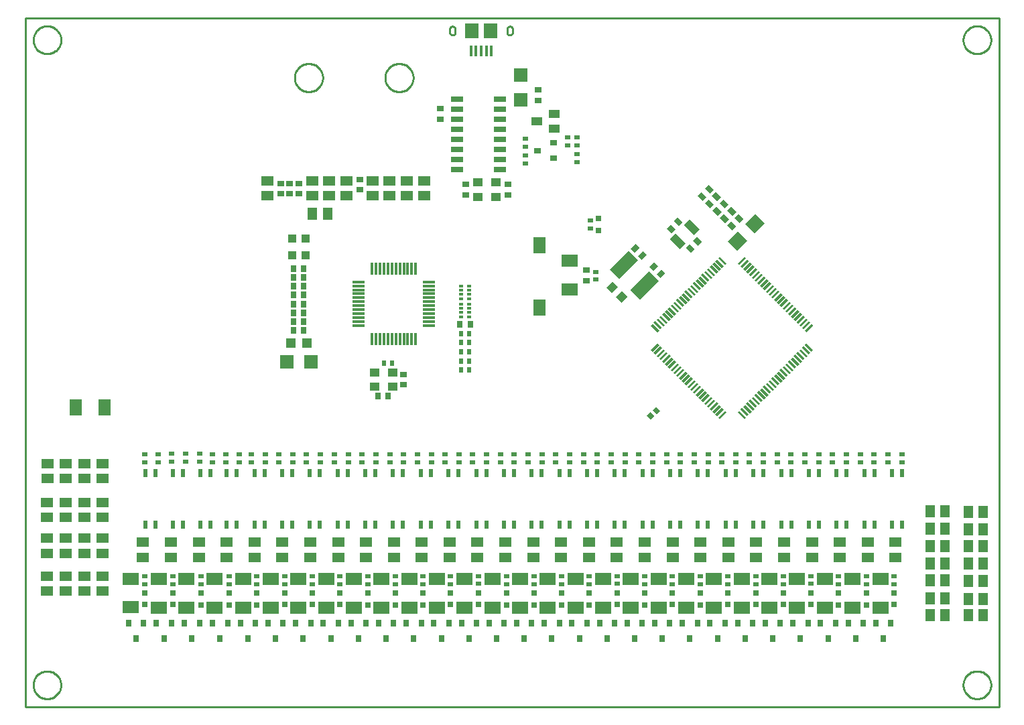
<source format=gbr>
G04 EAGLE Gerber RS-274X export*
G75*
%MOMM*%
%FSLAX34Y34*%
%LPD*%
%INSolderpaste Top*%
%IPPOS*%
%AMOC8*
5,1,8,0,0,1.08239X$1,22.5*%
G01*
%ADD10R,1.800000X1.700000*%
%ADD11R,0.700000X0.900000*%
%ADD12R,0.900000X0.700000*%
%ADD13R,1.200000X1.300000*%
%ADD14R,0.800000X0.800000*%
%ADD15R,1.300000X1.100000*%
%ADD16R,1.000000X1.100000*%
%ADD17R,1.500000X1.300000*%
%ADD18R,1.300000X1.500000*%
%ADD19R,0.700000X0.600000*%
%ADD20R,0.600000X0.700000*%
%ADD21R,0.500000X0.400000*%
%ADD22R,0.500000X0.300000*%
%ADD23R,0.300000X1.500000*%
%ADD24R,1.500000X0.300000*%
%ADD25R,1.200000X0.300000*%
%ADD26R,1.700000X3.300000*%
%ADD27R,1.000000X1.800000*%
%ADD28R,1.600000X2.000000*%
%ADD29R,0.500000X1.000000*%
%ADD30R,0.800000X0.900000*%
%ADD31R,2.100000X1.500000*%
%ADD32R,1.500000X2.100000*%
%ADD33R,1.524000X0.635000*%
%ADD34R,1.800000X1.900000*%
%ADD35R,0.400000X1.350000*%
%ADD36R,0.900000X0.800000*%
%ADD37R,1.400000X1.000000*%
%ADD38R,1.700000X1.800000*%
%ADD39C,0.254000*%


D10*
G36*
X887256Y588381D02*
X899983Y601108D01*
X912004Y589087D01*
X899277Y576360D01*
X887256Y588381D01*
G37*
G36*
X909176Y610301D02*
X921903Y623028D01*
X933924Y611007D01*
X921197Y598280D01*
X909176Y610301D01*
G37*
D11*
X351687Y553860D03*
X338687Y553860D03*
D12*
X334018Y648439D03*
X334018Y661439D03*
X345619Y648439D03*
X345619Y661439D03*
X322417Y648439D03*
X322417Y661439D03*
D11*
X351687Y475280D03*
X338687Y475280D03*
D12*
X422277Y653519D03*
X422277Y666519D03*
X477266Y419758D03*
X477266Y406758D03*
D11*
X445112Y392684D03*
X458112Y392684D03*
X351687Y520183D03*
X338687Y520183D03*
G36*
X869516Y634756D02*
X864567Y629807D01*
X858204Y636170D01*
X863153Y641119D01*
X869516Y634756D01*
G37*
G36*
X878708Y643948D02*
X873759Y638999D01*
X867396Y645362D01*
X872345Y650311D01*
X878708Y643948D01*
G37*
D10*
X360940Y435610D03*
X329940Y435610D03*
D11*
G36*
X879422Y625450D02*
X874473Y620501D01*
X868110Y626864D01*
X873059Y631813D01*
X879422Y625450D01*
G37*
G36*
X888614Y634642D02*
X883665Y629693D01*
X877302Y636056D01*
X882251Y641005D01*
X888614Y634642D01*
G37*
G36*
X897964Y607091D02*
X893015Y602142D01*
X886652Y608505D01*
X891601Y613454D01*
X897964Y607091D01*
G37*
G36*
X907156Y616283D02*
X902207Y611334D01*
X895844Y617697D01*
X900793Y622646D01*
X907156Y616283D01*
G37*
G36*
X888820Y616397D02*
X883871Y611448D01*
X877508Y617811D01*
X882457Y622760D01*
X888820Y616397D01*
G37*
G36*
X898012Y625590D02*
X893063Y620641D01*
X886700Y627004D01*
X891649Y631953D01*
X898012Y625590D01*
G37*
G36*
X860372Y644062D02*
X855423Y639113D01*
X849060Y645476D01*
X854009Y650425D01*
X860372Y644062D01*
G37*
G36*
X869564Y653255D02*
X864615Y648306D01*
X858252Y654669D01*
X863201Y659618D01*
X869564Y653255D01*
G37*
D12*
X708406Y538584D03*
X708406Y551584D03*
D11*
X351687Y486506D03*
X338687Y486506D03*
X351687Y497731D03*
X338687Y497731D03*
X351687Y531409D03*
X338687Y531409D03*
X351687Y508957D03*
X338687Y508957D03*
X548998Y483297D03*
X561998Y483297D03*
X351687Y542634D03*
X338687Y542634D03*
D13*
X355347Y459232D03*
X335027Y459232D03*
D14*
X723900Y617100D03*
X723900Y602100D03*
D15*
X463874Y404512D03*
X440874Y422512D03*
X440874Y404512D03*
X463874Y422512D03*
D16*
X336687Y570086D03*
X353687Y570086D03*
D17*
X503428Y645439D03*
X503428Y664439D03*
X438625Y645439D03*
X438625Y664439D03*
X405422Y645439D03*
X405422Y664439D03*
D18*
X381864Y622554D03*
X362864Y622554D03*
D19*
X713740Y614092D03*
X713740Y604092D03*
D17*
X460226Y664439D03*
X460226Y645439D03*
X481827Y664439D03*
X481827Y645439D03*
X305816Y664439D03*
X305816Y645439D03*
D20*
X550498Y437019D03*
X560498Y437019D03*
X550498Y425450D03*
X560498Y425450D03*
D16*
X353687Y591312D03*
X336687Y591312D03*
D19*
X720344Y539576D03*
X720344Y549576D03*
D17*
X383821Y664439D03*
X383821Y645439D03*
X362220Y664439D03*
X362220Y645439D03*
D20*
X560498Y448589D03*
X550498Y448589D03*
X452882Y433832D03*
X462882Y433832D03*
X560498Y460158D03*
X550498Y460158D03*
X560498Y471728D03*
X550498Y471728D03*
D21*
X550498Y531494D03*
D22*
X550498Y525994D03*
X550498Y520994D03*
D21*
X550498Y515494D03*
X560498Y515494D03*
D22*
X560498Y520994D03*
X560498Y525994D03*
D21*
X560498Y531494D03*
X550498Y508806D03*
D22*
X550498Y503306D03*
X550498Y498306D03*
D21*
X550498Y492806D03*
X560498Y492806D03*
D22*
X560498Y498306D03*
X560498Y503306D03*
D21*
X560498Y508806D03*
D23*
X493082Y553770D03*
X488082Y553770D03*
X483082Y553770D03*
X478082Y553770D03*
X473082Y553770D03*
X468082Y553770D03*
X463082Y553770D03*
X458082Y553770D03*
X453082Y553770D03*
X448082Y553770D03*
X443082Y553770D03*
X438082Y553770D03*
D24*
X421082Y536770D03*
X421082Y531770D03*
X421082Y526770D03*
X421082Y521770D03*
X421082Y516770D03*
X421082Y511770D03*
X421082Y506770D03*
X421082Y501770D03*
X421082Y496770D03*
X421082Y491770D03*
X421082Y486770D03*
X421082Y481770D03*
D23*
X438082Y464770D03*
X443082Y464770D03*
X448082Y464770D03*
X453082Y464770D03*
X458082Y464770D03*
X463082Y464770D03*
X468082Y464770D03*
X473082Y464770D03*
X478082Y464770D03*
X483082Y464770D03*
X488082Y464770D03*
X493082Y464770D03*
D24*
X510082Y481770D03*
X510082Y486770D03*
X510082Y491770D03*
X510082Y496770D03*
X510082Y501770D03*
X510082Y506770D03*
X510082Y511770D03*
X510082Y516770D03*
X510082Y521770D03*
X510082Y526770D03*
X510082Y531770D03*
X510082Y536770D03*
D25*
G36*
X883617Y558268D02*
X875133Y566752D01*
X877255Y568874D01*
X885739Y560390D01*
X883617Y558268D01*
G37*
G36*
X880081Y554733D02*
X871597Y563217D01*
X873719Y565339D01*
X882203Y556855D01*
X880081Y554733D01*
G37*
G36*
X876546Y551197D02*
X868062Y559681D01*
X870184Y561803D01*
X878668Y553319D01*
X876546Y551197D01*
G37*
G36*
X873010Y547662D02*
X864526Y556146D01*
X866648Y558268D01*
X875132Y549784D01*
X873010Y547662D01*
G37*
G36*
X869474Y544126D02*
X860990Y552610D01*
X863112Y554732D01*
X871596Y546248D01*
X869474Y544126D01*
G37*
G36*
X865939Y540591D02*
X857455Y549075D01*
X859577Y551197D01*
X868061Y542713D01*
X865939Y540591D01*
G37*
G36*
X862403Y537055D02*
X853919Y545539D01*
X856041Y547661D01*
X864525Y539177D01*
X862403Y537055D01*
G37*
G36*
X858868Y533519D02*
X850384Y542003D01*
X852506Y544125D01*
X860990Y535641D01*
X858868Y533519D01*
G37*
G36*
X855332Y529984D02*
X846848Y538468D01*
X848970Y540590D01*
X857454Y532106D01*
X855332Y529984D01*
G37*
G36*
X851797Y526448D02*
X843313Y534932D01*
X845435Y537054D01*
X853919Y528570D01*
X851797Y526448D01*
G37*
G36*
X848261Y522913D02*
X839777Y531397D01*
X841899Y533519D01*
X850383Y525035D01*
X848261Y522913D01*
G37*
G36*
X844726Y519377D02*
X836242Y527861D01*
X838364Y529983D01*
X846848Y521499D01*
X844726Y519377D01*
G37*
G36*
X841190Y515842D02*
X832706Y524326D01*
X834828Y526448D01*
X843312Y517964D01*
X841190Y515842D01*
G37*
G36*
X837655Y512306D02*
X829171Y520790D01*
X831293Y522912D01*
X839777Y514428D01*
X837655Y512306D01*
G37*
G36*
X834119Y508771D02*
X825635Y517255D01*
X827757Y519377D01*
X836241Y510893D01*
X834119Y508771D01*
G37*
G36*
X830584Y505235D02*
X822100Y513719D01*
X824222Y515841D01*
X832706Y507357D01*
X830584Y505235D01*
G37*
G36*
X827048Y501700D02*
X818564Y510184D01*
X820686Y512306D01*
X829170Y503822D01*
X827048Y501700D01*
G37*
G36*
X823513Y498164D02*
X815029Y506648D01*
X817151Y508770D01*
X825635Y500286D01*
X823513Y498164D01*
G37*
G36*
X819977Y494629D02*
X811493Y503113D01*
X813615Y505235D01*
X822099Y496751D01*
X819977Y494629D01*
G37*
G36*
X816441Y491093D02*
X807957Y499577D01*
X810079Y501699D01*
X818563Y493215D01*
X816441Y491093D01*
G37*
G36*
X812906Y487558D02*
X804422Y496042D01*
X806544Y498164D01*
X815028Y489680D01*
X812906Y487558D01*
G37*
G36*
X809370Y484022D02*
X800886Y492506D01*
X803008Y494628D01*
X811492Y486144D01*
X809370Y484022D01*
G37*
G36*
X805835Y480486D02*
X797351Y488970D01*
X799473Y491092D01*
X807957Y482608D01*
X805835Y480486D01*
G37*
G36*
X802299Y476951D02*
X793815Y485435D01*
X795937Y487557D01*
X804421Y479073D01*
X802299Y476951D01*
G37*
G36*
X798764Y473415D02*
X790280Y481899D01*
X792402Y484021D01*
X800886Y475537D01*
X798764Y473415D01*
G37*
G36*
X800886Y457151D02*
X792402Y448667D01*
X790280Y450789D01*
X798764Y459273D01*
X800886Y457151D01*
G37*
G36*
X804421Y453615D02*
X795937Y445131D01*
X793815Y447253D01*
X802299Y455737D01*
X804421Y453615D01*
G37*
G36*
X807957Y450080D02*
X799473Y441596D01*
X797351Y443718D01*
X805835Y452202D01*
X807957Y450080D01*
G37*
G36*
X811492Y446544D02*
X803008Y438060D01*
X800886Y440182D01*
X809370Y448666D01*
X811492Y446544D01*
G37*
G36*
X815028Y443008D02*
X806544Y434524D01*
X804422Y436646D01*
X812906Y445130D01*
X815028Y443008D01*
G37*
G36*
X818563Y439473D02*
X810079Y430989D01*
X807957Y433111D01*
X816441Y441595D01*
X818563Y439473D01*
G37*
G36*
X822099Y435937D02*
X813615Y427453D01*
X811493Y429575D01*
X819977Y438059D01*
X822099Y435937D01*
G37*
G36*
X825635Y432402D02*
X817151Y423918D01*
X815029Y426040D01*
X823513Y434524D01*
X825635Y432402D01*
G37*
G36*
X829170Y428866D02*
X820686Y420382D01*
X818564Y422504D01*
X827048Y430988D01*
X829170Y428866D01*
G37*
G36*
X832706Y425331D02*
X824222Y416847D01*
X822100Y418969D01*
X830584Y427453D01*
X832706Y425331D01*
G37*
G36*
X836241Y421795D02*
X827757Y413311D01*
X825635Y415433D01*
X834119Y423917D01*
X836241Y421795D01*
G37*
G36*
X839777Y418260D02*
X831293Y409776D01*
X829171Y411898D01*
X837655Y420382D01*
X839777Y418260D01*
G37*
G36*
X843312Y414724D02*
X834828Y406240D01*
X832706Y408362D01*
X841190Y416846D01*
X843312Y414724D01*
G37*
G36*
X846848Y411189D02*
X838364Y402705D01*
X836242Y404827D01*
X844726Y413311D01*
X846848Y411189D01*
G37*
G36*
X850383Y407653D02*
X841899Y399169D01*
X839777Y401291D01*
X848261Y409775D01*
X850383Y407653D01*
G37*
G36*
X853919Y404118D02*
X845435Y395634D01*
X843313Y397756D01*
X851797Y406240D01*
X853919Y404118D01*
G37*
G36*
X857454Y400582D02*
X848970Y392098D01*
X846848Y394220D01*
X855332Y402704D01*
X857454Y400582D01*
G37*
G36*
X860990Y397047D02*
X852506Y388563D01*
X850384Y390685D01*
X858868Y399169D01*
X860990Y397047D01*
G37*
G36*
X864525Y393511D02*
X856041Y385027D01*
X853919Y387149D01*
X862403Y395633D01*
X864525Y393511D01*
G37*
G36*
X868061Y389975D02*
X859577Y381491D01*
X857455Y383613D01*
X865939Y392097D01*
X868061Y389975D01*
G37*
G36*
X871596Y386440D02*
X863112Y377956D01*
X860990Y380078D01*
X869474Y388562D01*
X871596Y386440D01*
G37*
G36*
X875132Y382904D02*
X866648Y374420D01*
X864526Y376542D01*
X873010Y385026D01*
X875132Y382904D01*
G37*
G36*
X878668Y379369D02*
X870184Y370885D01*
X868062Y373007D01*
X876546Y381491D01*
X878668Y379369D01*
G37*
G36*
X882203Y375833D02*
X873719Y367349D01*
X871597Y369471D01*
X880081Y377955D01*
X882203Y375833D01*
G37*
G36*
X885739Y372298D02*
X877255Y363814D01*
X875133Y365936D01*
X883617Y374420D01*
X885739Y372298D01*
G37*
G36*
X902003Y374420D02*
X910487Y365936D01*
X908365Y363814D01*
X899881Y372298D01*
X902003Y374420D01*
G37*
G36*
X905539Y377955D02*
X914023Y369471D01*
X911901Y367349D01*
X903417Y375833D01*
X905539Y377955D01*
G37*
G36*
X909074Y381491D02*
X917558Y373007D01*
X915436Y370885D01*
X906952Y379369D01*
X909074Y381491D01*
G37*
G36*
X912610Y385026D02*
X921094Y376542D01*
X918972Y374420D01*
X910488Y382904D01*
X912610Y385026D01*
G37*
G36*
X916146Y388562D02*
X924630Y380078D01*
X922508Y377956D01*
X914024Y386440D01*
X916146Y388562D01*
G37*
G36*
X919681Y392097D02*
X928165Y383613D01*
X926043Y381491D01*
X917559Y389975D01*
X919681Y392097D01*
G37*
G36*
X923217Y395633D02*
X931701Y387149D01*
X929579Y385027D01*
X921095Y393511D01*
X923217Y395633D01*
G37*
G36*
X926752Y399169D02*
X935236Y390685D01*
X933114Y388563D01*
X924630Y397047D01*
X926752Y399169D01*
G37*
G36*
X930288Y402704D02*
X938772Y394220D01*
X936650Y392098D01*
X928166Y400582D01*
X930288Y402704D01*
G37*
G36*
X933823Y406240D02*
X942307Y397756D01*
X940185Y395634D01*
X931701Y404118D01*
X933823Y406240D01*
G37*
G36*
X937359Y409775D02*
X945843Y401291D01*
X943721Y399169D01*
X935237Y407653D01*
X937359Y409775D01*
G37*
G36*
X940894Y413311D02*
X949378Y404827D01*
X947256Y402705D01*
X938772Y411189D01*
X940894Y413311D01*
G37*
G36*
X944430Y416846D02*
X952914Y408362D01*
X950792Y406240D01*
X942308Y414724D01*
X944430Y416846D01*
G37*
G36*
X947965Y420382D02*
X956449Y411898D01*
X954327Y409776D01*
X945843Y418260D01*
X947965Y420382D01*
G37*
G36*
X951501Y423917D02*
X959985Y415433D01*
X957863Y413311D01*
X949379Y421795D01*
X951501Y423917D01*
G37*
G36*
X955036Y427453D02*
X963520Y418969D01*
X961398Y416847D01*
X952914Y425331D01*
X955036Y427453D01*
G37*
G36*
X958572Y430988D02*
X967056Y422504D01*
X964934Y420382D01*
X956450Y428866D01*
X958572Y430988D01*
G37*
G36*
X962107Y434524D02*
X970591Y426040D01*
X968469Y423918D01*
X959985Y432402D01*
X962107Y434524D01*
G37*
G36*
X965643Y438059D02*
X974127Y429575D01*
X972005Y427453D01*
X963521Y435937D01*
X965643Y438059D01*
G37*
G36*
X969179Y441595D02*
X977663Y433111D01*
X975541Y430989D01*
X967057Y439473D01*
X969179Y441595D01*
G37*
G36*
X972714Y445130D02*
X981198Y436646D01*
X979076Y434524D01*
X970592Y443008D01*
X972714Y445130D01*
G37*
G36*
X976250Y448666D02*
X984734Y440182D01*
X982612Y438060D01*
X974128Y446544D01*
X976250Y448666D01*
G37*
G36*
X979785Y452202D02*
X988269Y443718D01*
X986147Y441596D01*
X977663Y450080D01*
X979785Y452202D01*
G37*
G36*
X983321Y455737D02*
X991805Y447253D01*
X989683Y445131D01*
X981199Y453615D01*
X983321Y455737D01*
G37*
G36*
X986856Y459273D02*
X995340Y450789D01*
X993218Y448667D01*
X984734Y457151D01*
X986856Y459273D01*
G37*
G36*
X984734Y475537D02*
X993218Y484021D01*
X995340Y481899D01*
X986856Y473415D01*
X984734Y475537D01*
G37*
G36*
X981199Y479073D02*
X989683Y487557D01*
X991805Y485435D01*
X983321Y476951D01*
X981199Y479073D01*
G37*
G36*
X977663Y482608D02*
X986147Y491092D01*
X988269Y488970D01*
X979785Y480486D01*
X977663Y482608D01*
G37*
G36*
X974128Y486144D02*
X982612Y494628D01*
X984734Y492506D01*
X976250Y484022D01*
X974128Y486144D01*
G37*
G36*
X970592Y489680D02*
X979076Y498164D01*
X981198Y496042D01*
X972714Y487558D01*
X970592Y489680D01*
G37*
G36*
X967057Y493215D02*
X975541Y501699D01*
X977663Y499577D01*
X969179Y491093D01*
X967057Y493215D01*
G37*
G36*
X963521Y496751D02*
X972005Y505235D01*
X974127Y503113D01*
X965643Y494629D01*
X963521Y496751D01*
G37*
G36*
X959985Y500286D02*
X968469Y508770D01*
X970591Y506648D01*
X962107Y498164D01*
X959985Y500286D01*
G37*
G36*
X956450Y503822D02*
X964934Y512306D01*
X967056Y510184D01*
X958572Y501700D01*
X956450Y503822D01*
G37*
G36*
X952914Y507357D02*
X961398Y515841D01*
X963520Y513719D01*
X955036Y505235D01*
X952914Y507357D01*
G37*
G36*
X949379Y510893D02*
X957863Y519377D01*
X959985Y517255D01*
X951501Y508771D01*
X949379Y510893D01*
G37*
G36*
X945843Y514428D02*
X954327Y522912D01*
X956449Y520790D01*
X947965Y512306D01*
X945843Y514428D01*
G37*
G36*
X942308Y517964D02*
X950792Y526448D01*
X952914Y524326D01*
X944430Y515842D01*
X942308Y517964D01*
G37*
G36*
X938772Y521499D02*
X947256Y529983D01*
X949378Y527861D01*
X940894Y519377D01*
X938772Y521499D01*
G37*
G36*
X935237Y525035D02*
X943721Y533519D01*
X945843Y531397D01*
X937359Y522913D01*
X935237Y525035D01*
G37*
G36*
X931701Y528570D02*
X940185Y537054D01*
X942307Y534932D01*
X933823Y526448D01*
X931701Y528570D01*
G37*
G36*
X928166Y532106D02*
X936650Y540590D01*
X938772Y538468D01*
X930288Y529984D01*
X928166Y532106D01*
G37*
G36*
X924630Y535641D02*
X933114Y544125D01*
X935236Y542003D01*
X926752Y533519D01*
X924630Y535641D01*
G37*
G36*
X921095Y539177D02*
X929579Y547661D01*
X931701Y545539D01*
X923217Y537055D01*
X921095Y539177D01*
G37*
G36*
X917559Y542713D02*
X926043Y551197D01*
X928165Y549075D01*
X919681Y540591D01*
X917559Y542713D01*
G37*
G36*
X914024Y546248D02*
X922508Y554732D01*
X924630Y552610D01*
X916146Y544126D01*
X914024Y546248D01*
G37*
G36*
X910488Y549784D02*
X918972Y558268D01*
X921094Y556146D01*
X912610Y547662D01*
X910488Y549784D01*
G37*
G36*
X906952Y553319D02*
X915436Y561803D01*
X917558Y559681D01*
X909074Y551197D01*
X906952Y553319D01*
G37*
G36*
X903417Y556855D02*
X911901Y565339D01*
X914023Y563217D01*
X905539Y554733D01*
X903417Y556855D01*
G37*
G36*
X899881Y560390D02*
X908365Y568874D01*
X910487Y566752D01*
X902003Y558268D01*
X899881Y560390D01*
G37*
D26*
G36*
X787849Y549934D02*
X799870Y537913D01*
X776537Y514580D01*
X764516Y526601D01*
X787849Y549934D01*
G37*
G36*
X761687Y576096D02*
X773708Y564075D01*
X750375Y540742D01*
X738354Y552763D01*
X761687Y576096D01*
G37*
D11*
G36*
X769651Y573742D02*
X764702Y578691D01*
X771065Y585054D01*
X776014Y580105D01*
X769651Y573742D01*
G37*
G36*
X778843Y564550D02*
X773894Y569499D01*
X780257Y575862D01*
X785206Y570913D01*
X778843Y564550D01*
G37*
G36*
X803625Y552748D02*
X808574Y547799D01*
X802211Y541436D01*
X797262Y546385D01*
X803625Y552748D01*
G37*
G36*
X794433Y561940D02*
X799382Y556991D01*
X793019Y550628D01*
X788070Y555577D01*
X794433Y561940D01*
G37*
D16*
G36*
X741159Y522588D02*
X734088Y529659D01*
X741865Y537436D01*
X748936Y530365D01*
X741159Y522588D01*
G37*
G36*
X753179Y510568D02*
X746108Y517639D01*
X753885Y525416D01*
X760956Y518345D01*
X753179Y510568D01*
G37*
D27*
G36*
X834180Y585487D02*
X827109Y578416D01*
X814382Y591143D01*
X821453Y598214D01*
X834180Y585487D01*
G37*
G36*
X851858Y603165D02*
X844787Y596094D01*
X832060Y608821D01*
X839131Y615892D01*
X851858Y603165D01*
G37*
D11*
G36*
X843236Y588995D02*
X848185Y593944D01*
X854548Y587581D01*
X849599Y582632D01*
X843236Y588995D01*
G37*
G36*
X834044Y579803D02*
X838993Y584752D01*
X845356Y578389D01*
X840407Y573440D01*
X834044Y579803D01*
G37*
G36*
X821480Y603027D02*
X816531Y598078D01*
X810168Y604441D01*
X815117Y609390D01*
X821480Y603027D01*
G37*
G36*
X830672Y612219D02*
X825723Y607270D01*
X819360Y613633D01*
X824309Y618582D01*
X830672Y612219D01*
G37*
D28*
X649732Y583514D03*
X649732Y504114D03*
D19*
X285496Y318944D03*
X285496Y308944D03*
D29*
X302006Y294909D03*
X289306Y294909D03*
X289306Y230109D03*
X302006Y230109D03*
D30*
X290678Y105758D03*
X271678Y105758D03*
X281178Y85758D03*
D17*
X289438Y207747D03*
X289438Y188747D03*
D31*
X274828Y125219D03*
X274828Y161219D03*
D17*
X27940Y307315D03*
X27940Y288315D03*
X27432Y238976D03*
X27432Y257976D03*
X50546Y146075D03*
X50546Y165075D03*
D18*
X1210349Y202692D03*
X1191349Y202692D03*
X1210349Y224536D03*
X1191349Y224536D03*
X1143089Y203200D03*
X1162089Y203200D03*
X1143089Y246888D03*
X1162089Y246888D03*
D17*
X50885Y212764D03*
X50885Y193764D03*
X50885Y238976D03*
X50885Y257976D03*
D18*
X1210349Y246380D03*
X1191349Y246380D03*
D17*
X26924Y146075D03*
X26924Y165075D03*
D18*
X1210349Y180848D03*
X1191349Y180848D03*
X1143089Y181356D03*
X1162089Y181356D03*
X1143089Y225044D03*
X1162089Y225044D03*
D17*
X27432Y212764D03*
X27432Y193764D03*
X51224Y307315D03*
X51224Y288315D03*
D19*
X320461Y318944D03*
X320461Y308944D03*
D29*
X337028Y294909D03*
X324328Y294909D03*
X324328Y230109D03*
X337028Y230109D03*
D30*
X325575Y105758D03*
X306575Y105758D03*
X316075Y85758D03*
D17*
X324650Y207747D03*
X324650Y188747D03*
D31*
X309836Y125219D03*
X309836Y161219D03*
D19*
X354503Y318690D03*
X354503Y308690D03*
D29*
X372049Y294909D03*
X359349Y294909D03*
X359349Y230109D03*
X372049Y230109D03*
D30*
X360473Y105758D03*
X341473Y105758D03*
X350973Y85758D03*
D17*
X359861Y207747D03*
X359861Y188747D03*
D31*
X344844Y125219D03*
X344844Y161219D03*
D19*
X390392Y318944D03*
X390392Y308944D03*
D29*
X407071Y294909D03*
X394371Y294909D03*
X394371Y230109D03*
X407071Y230109D03*
D30*
X395370Y105758D03*
X376370Y105758D03*
X385870Y85758D03*
D17*
X395073Y207747D03*
X395073Y188747D03*
D31*
X379851Y125219D03*
X379851Y161219D03*
D19*
X425358Y318944D03*
X425358Y308944D03*
D29*
X442092Y294909D03*
X429392Y294909D03*
X429392Y230109D03*
X442092Y230109D03*
D30*
X430268Y105758D03*
X411268Y105758D03*
X420768Y85758D03*
D17*
X430285Y207747D03*
X430285Y188747D03*
D31*
X414859Y125219D03*
X414859Y161219D03*
D19*
X460323Y318944D03*
X460323Y308944D03*
D29*
X477114Y294909D03*
X464414Y294909D03*
X464414Y230109D03*
X477114Y230109D03*
D30*
X465165Y105758D03*
X446165Y105758D03*
X455665Y85758D03*
D17*
X465497Y207747D03*
X465497Y188747D03*
D31*
X449867Y125219D03*
X449867Y161219D03*
D19*
X495289Y318944D03*
X495289Y308944D03*
D29*
X512136Y294909D03*
X499436Y294909D03*
X499436Y230109D03*
X512136Y230109D03*
D30*
X500062Y105758D03*
X481062Y105758D03*
X490562Y85758D03*
D17*
X500709Y207747D03*
X500709Y188747D03*
D31*
X484875Y125219D03*
X484875Y161219D03*
D19*
X530254Y318944D03*
X530254Y308944D03*
D29*
X547157Y294909D03*
X534457Y294909D03*
X534457Y230109D03*
X547157Y230109D03*
D30*
X534960Y105758D03*
X515960Y105758D03*
X525460Y85758D03*
D17*
X535921Y207747D03*
X535921Y188747D03*
D31*
X519883Y125219D03*
X519883Y161219D03*
D19*
X565220Y318944D03*
X565220Y308944D03*
D29*
X582179Y294909D03*
X569479Y294909D03*
X569479Y230109D03*
X582179Y230109D03*
D30*
X569857Y105758D03*
X550857Y105758D03*
X560357Y85758D03*
D17*
X571133Y207747D03*
X571133Y188747D03*
D31*
X554891Y125219D03*
X554891Y161219D03*
D19*
X600185Y318944D03*
X600185Y308944D03*
D29*
X617200Y294909D03*
X604500Y294909D03*
X604500Y230109D03*
X617200Y230109D03*
D30*
X604755Y105758D03*
X585755Y105758D03*
X595255Y85758D03*
D17*
X606345Y207747D03*
X606345Y188747D03*
D31*
X589898Y125219D03*
X589898Y161219D03*
D19*
X635150Y318944D03*
X635150Y308944D03*
D29*
X652222Y294909D03*
X639522Y294909D03*
X639522Y230109D03*
X652222Y230109D03*
D30*
X639652Y105758D03*
X620652Y105758D03*
X630152Y85758D03*
D17*
X641557Y207747D03*
X641557Y188747D03*
D31*
X624906Y125219D03*
X624906Y161219D03*
D19*
X670116Y318944D03*
X670116Y308944D03*
D29*
X687244Y294909D03*
X674544Y294909D03*
X674544Y230109D03*
X687244Y230109D03*
D30*
X674549Y105758D03*
X655549Y105758D03*
X665049Y85758D03*
D17*
X676769Y207747D03*
X676769Y188747D03*
D31*
X659914Y125219D03*
X659914Y161219D03*
D19*
X705081Y318944D03*
X705081Y308944D03*
D29*
X722265Y294909D03*
X709565Y294909D03*
X709565Y230109D03*
X722265Y230109D03*
D30*
X709447Y105758D03*
X690447Y105758D03*
X699947Y85758D03*
D17*
X711981Y207747D03*
X711981Y188747D03*
D31*
X694922Y125219D03*
X694922Y161219D03*
D19*
X740047Y318944D03*
X740047Y308944D03*
D29*
X757287Y294909D03*
X744587Y294909D03*
X744587Y230109D03*
X757287Y230109D03*
D30*
X744344Y105758D03*
X725344Y105758D03*
X734844Y85758D03*
D17*
X747192Y207747D03*
X747192Y188747D03*
D31*
X729930Y125219D03*
X729930Y161219D03*
D19*
X775012Y318944D03*
X775012Y308944D03*
D29*
X792308Y294909D03*
X779608Y294909D03*
X779608Y230109D03*
X792308Y230109D03*
D30*
X779242Y105758D03*
X760242Y105758D03*
X769742Y85758D03*
D17*
X782404Y207747D03*
X782404Y188747D03*
D31*
X764937Y125219D03*
X764937Y161219D03*
D19*
X809978Y318944D03*
X809978Y308944D03*
D29*
X827330Y294909D03*
X814630Y294909D03*
X814630Y230109D03*
X827330Y230109D03*
D30*
X814139Y105758D03*
X795139Y105758D03*
X804639Y85758D03*
D17*
X817616Y207747D03*
X817616Y188747D03*
D31*
X799945Y125219D03*
X799945Y161219D03*
D19*
X844943Y318944D03*
X844943Y308944D03*
D29*
X862352Y294909D03*
X849652Y294909D03*
X849652Y230109D03*
X862352Y230109D03*
D30*
X849037Y105758D03*
X830037Y105758D03*
X839537Y85758D03*
D17*
X852828Y207747D03*
X852828Y188747D03*
D31*
X834953Y125219D03*
X834953Y161219D03*
D19*
X879908Y318944D03*
X879908Y308944D03*
D29*
X897373Y294909D03*
X884673Y294909D03*
X884673Y230109D03*
X897373Y230109D03*
D30*
X883934Y105758D03*
X864934Y105758D03*
X874434Y85758D03*
D17*
X888040Y207747D03*
X888040Y188747D03*
D31*
X869961Y125219D03*
X869961Y161219D03*
D19*
X914874Y318944D03*
X914874Y308944D03*
D29*
X932395Y294909D03*
X919695Y294909D03*
X919695Y230109D03*
X932395Y230109D03*
D30*
X918831Y105758D03*
X899831Y105758D03*
X909331Y85758D03*
D17*
X923252Y207747D03*
X923252Y188747D03*
D31*
X904969Y125219D03*
X904969Y161219D03*
D19*
X949839Y318944D03*
X949839Y308944D03*
D29*
X967416Y294909D03*
X954716Y294909D03*
X954716Y230109D03*
X967416Y230109D03*
D30*
X953729Y105758D03*
X934729Y105758D03*
X944229Y85758D03*
D17*
X958464Y207747D03*
X958464Y188747D03*
D31*
X939976Y125219D03*
X939976Y161219D03*
D19*
X984805Y318944D03*
X984805Y308944D03*
D29*
X1002438Y294909D03*
X989738Y294909D03*
X989738Y230109D03*
X1002438Y230109D03*
D30*
X988626Y105758D03*
X969626Y105758D03*
X979126Y85758D03*
D17*
X993676Y207747D03*
X993676Y188747D03*
D31*
X974984Y125219D03*
X974984Y161219D03*
D19*
X1019770Y318944D03*
X1019770Y308944D03*
D29*
X1037459Y294909D03*
X1024759Y294909D03*
X1024759Y230109D03*
X1037459Y230109D03*
D30*
X1023524Y105758D03*
X1004524Y105758D03*
X1014024Y85758D03*
D17*
X1028888Y207747D03*
X1028888Y188747D03*
D31*
X1009992Y125219D03*
X1009992Y161219D03*
D19*
X1054736Y318944D03*
X1054736Y308944D03*
D29*
X1072481Y294909D03*
X1059781Y294909D03*
X1059781Y230109D03*
X1072481Y230109D03*
D30*
X1058421Y105758D03*
X1039421Y105758D03*
X1048921Y85758D03*
D17*
X1064100Y207747D03*
X1064100Y188747D03*
D31*
X1045000Y125219D03*
X1045000Y161219D03*
D19*
X1089701Y318944D03*
X1089701Y308944D03*
D29*
X1107503Y294909D03*
X1094803Y294909D03*
X1094803Y230109D03*
X1107503Y230109D03*
D30*
X1093318Y105758D03*
X1074318Y105758D03*
X1083818Y85758D03*
D17*
X1099311Y207747D03*
X1099311Y188747D03*
D31*
X1080008Y125219D03*
X1080008Y161219D03*
D32*
X99788Y378206D03*
X63788Y378206D03*
D19*
X302979Y308944D03*
X302979Y318944D03*
X337944Y308944D03*
X337944Y318944D03*
X372910Y308944D03*
X372910Y318944D03*
X407875Y308944D03*
X407875Y318944D03*
X442840Y308944D03*
X442840Y318944D03*
X477806Y308944D03*
X477806Y318944D03*
X512771Y308944D03*
X512771Y318944D03*
X547737Y308944D03*
X547737Y318944D03*
X582702Y308944D03*
X582702Y318944D03*
X617668Y308944D03*
X617668Y318944D03*
X652633Y308944D03*
X652633Y318944D03*
X687599Y308944D03*
X687599Y318944D03*
X722564Y308944D03*
X722564Y318944D03*
X757529Y308944D03*
X757529Y318944D03*
X792495Y308944D03*
X792495Y318944D03*
X827460Y308944D03*
X827460Y318944D03*
X862426Y308944D03*
X862426Y318944D03*
X897391Y308944D03*
X897391Y318944D03*
X932357Y308944D03*
X932357Y318944D03*
X967322Y308944D03*
X967322Y318944D03*
X1002287Y308944D03*
X1002287Y318944D03*
X1037253Y308944D03*
X1037253Y318944D03*
X1072218Y308944D03*
X1072218Y318944D03*
X1107184Y308944D03*
X1107184Y318944D03*
D33*
X545312Y754634D03*
X599212Y729234D03*
X545312Y767334D03*
X545312Y741934D03*
X545312Y729234D03*
X599212Y741934D03*
X599212Y716534D03*
X599212Y703834D03*
X545312Y703834D03*
X599212Y678434D03*
X545312Y716534D03*
X545312Y691134D03*
X599212Y691134D03*
X545312Y678434D03*
X599212Y754634D03*
X599212Y767334D03*
D34*
X587318Y854150D03*
X564318Y854150D03*
D35*
X588818Y828400D03*
X582318Y828400D03*
X575818Y828400D03*
X569318Y828400D03*
X562818Y828400D03*
D36*
X667162Y693318D03*
X667162Y712318D03*
X647162Y702818D03*
D37*
X646162Y739648D03*
X668162Y749148D03*
X668162Y730148D03*
D38*
X625856Y797820D03*
X625856Y766820D03*
D12*
X647700Y766422D03*
X647700Y779422D03*
X523748Y755546D03*
X523748Y742546D03*
D15*
X571680Y662415D03*
X594680Y644415D03*
X594680Y662415D03*
X571680Y644415D03*
D12*
X609854Y659915D03*
X609854Y646915D03*
X556006Y646915D03*
X556006Y659915D03*
D19*
X631444Y707978D03*
X631444Y717978D03*
X684784Y719502D03*
X684784Y709502D03*
X696468Y709502D03*
X696468Y719502D03*
X631698Y696388D03*
X631698Y686388D03*
D31*
X687324Y527338D03*
X687324Y563338D03*
D19*
X696468Y698420D03*
X696468Y688420D03*
D20*
G36*
X792436Y374983D02*
X796679Y379226D01*
X801628Y374277D01*
X797385Y370034D01*
X792436Y374983D01*
G37*
G36*
X785364Y367911D02*
X789607Y372154D01*
X794556Y367205D01*
X790313Y362962D01*
X785364Y367911D01*
G37*
D19*
X150368Y319198D03*
X150368Y309198D03*
D29*
X164338Y295036D03*
X151638Y295036D03*
X151638Y230236D03*
X164338Y230236D03*
D30*
X149200Y106012D03*
X130200Y106012D03*
X139700Y86012D03*
D17*
X148590Y207747D03*
X148590Y188747D03*
D31*
X132842Y125510D03*
X132842Y161510D03*
D19*
X167640Y309198D03*
X167640Y319198D03*
X184912Y319452D03*
X184912Y309452D03*
D29*
X198628Y295036D03*
X185928Y295036D03*
X185928Y230236D03*
X198628Y230236D03*
D30*
X184506Y106012D03*
X165506Y106012D03*
X175006Y86012D03*
D17*
X183802Y207747D03*
X183802Y188747D03*
D31*
X168148Y125256D03*
X168148Y161256D03*
D19*
X202184Y309452D03*
X202184Y319452D03*
X219964Y319452D03*
X219964Y309452D03*
D29*
X233680Y295036D03*
X220980Y295036D03*
X220980Y230236D03*
X233680Y230236D03*
D30*
X219812Y106012D03*
X200812Y106012D03*
X210312Y86012D03*
D17*
X219014Y207747D03*
X219014Y188747D03*
D31*
X203454Y125256D03*
X203454Y161256D03*
D19*
X236220Y308944D03*
X236220Y318944D03*
X252984Y319198D03*
X252984Y309198D03*
D29*
X266700Y295036D03*
X254000Y295036D03*
X254000Y230236D03*
X266700Y230236D03*
D30*
X255372Y105758D03*
X236372Y105758D03*
X245872Y85758D03*
D17*
X254226Y207747D03*
X254226Y188747D03*
D31*
X239014Y125256D03*
X239014Y161256D03*
D19*
X269748Y308944D03*
X269748Y318944D03*
D18*
X1143089Y159512D03*
X1162089Y159512D03*
X1143089Y115824D03*
X1162089Y115824D03*
X1210349Y158750D03*
X1191349Y158750D03*
X1210349Y115824D03*
X1191349Y115824D03*
X1143089Y136906D03*
X1162089Y136906D03*
D17*
X74507Y307315D03*
X74507Y288315D03*
D18*
X1210349Y136144D03*
X1191349Y136144D03*
D17*
X74337Y238976D03*
X74337Y257976D03*
X74337Y212764D03*
X74337Y193764D03*
X97790Y307315D03*
X97790Y288315D03*
X97790Y212764D03*
X97790Y193764D03*
X97790Y238976D03*
X97790Y257976D03*
X74168Y146075D03*
X74168Y165075D03*
X97790Y146075D03*
X97790Y165075D03*
D14*
X292100Y128644D03*
X292100Y143644D03*
D19*
X292354Y154592D03*
X292354Y164592D03*
D14*
X327406Y128898D03*
X327406Y143898D03*
D19*
X327406Y154766D03*
X327406Y164766D03*
D14*
X362204Y128898D03*
X362204Y143898D03*
D19*
X362458Y154766D03*
X362458Y164766D03*
D14*
X397256Y128898D03*
X397256Y143898D03*
D19*
X397256Y155020D03*
X397256Y165020D03*
D14*
X432308Y128644D03*
X432308Y143644D03*
D19*
X432308Y155020D03*
X432308Y165020D03*
D14*
X467360Y128644D03*
X467360Y143644D03*
D19*
X467360Y154766D03*
X467360Y164766D03*
D14*
X502412Y128644D03*
X502412Y143644D03*
D19*
X502412Y154512D03*
X502412Y164512D03*
D14*
X537210Y128898D03*
X537210Y143898D03*
D19*
X537210Y154766D03*
X537210Y164766D03*
D14*
X572516Y128898D03*
X572516Y143898D03*
D19*
X572516Y155274D03*
X572516Y165274D03*
D14*
X607568Y128644D03*
X607568Y143644D03*
D19*
X607568Y154766D03*
X607568Y164766D03*
D14*
X642366Y128644D03*
X642366Y143644D03*
D19*
X642366Y155020D03*
X642366Y165020D03*
D14*
X677418Y128644D03*
X677418Y143644D03*
D19*
X677164Y154766D03*
X677164Y164766D03*
D14*
X712216Y128644D03*
X712216Y143644D03*
D19*
X712470Y154766D03*
X712470Y164766D03*
D14*
X747522Y128898D03*
X747522Y143898D03*
D19*
X747522Y155274D03*
X747522Y165274D03*
D14*
X782574Y128644D03*
X782574Y143644D03*
D19*
X782574Y154766D03*
X782574Y164766D03*
D14*
X817372Y128898D03*
X817372Y143898D03*
D19*
X817372Y154766D03*
X817372Y164766D03*
D14*
X852424Y128644D03*
X852424Y143644D03*
D19*
X852678Y154766D03*
X852678Y164766D03*
D14*
X887476Y128898D03*
X887476Y143898D03*
D19*
X887476Y155020D03*
X887476Y165020D03*
D14*
X922528Y128898D03*
X922528Y143898D03*
D19*
X922528Y155020D03*
X922528Y165020D03*
D14*
X957580Y128898D03*
X957580Y143898D03*
D19*
X957580Y155020D03*
X957580Y165020D03*
D14*
X992378Y128898D03*
X992378Y143898D03*
D19*
X992378Y155274D03*
X992378Y165274D03*
D14*
X1027430Y128644D03*
X1027430Y143644D03*
D19*
X1027430Y154766D03*
X1027430Y164766D03*
D14*
X1062482Y128644D03*
X1062482Y143644D03*
D19*
X1062736Y155020D03*
X1062736Y165020D03*
D14*
X1097534Y128898D03*
X1097534Y143898D03*
D19*
X1097534Y154766D03*
X1097534Y164766D03*
D14*
X150622Y128898D03*
X150622Y143898D03*
D19*
X150622Y155020D03*
X150622Y165020D03*
D14*
X185928Y128898D03*
X185928Y143898D03*
D19*
X185928Y154766D03*
X185928Y164766D03*
D14*
X221488Y128644D03*
X221488Y143644D03*
D19*
X221488Y155020D03*
X221488Y165020D03*
D14*
X257048Y128644D03*
X257048Y143644D03*
D19*
X257302Y155020D03*
X257302Y165020D03*
D39*
X0Y0D02*
X1230000Y0D01*
X1230000Y870000D01*
X0Y870000D01*
X0Y0D01*
X608568Y852150D02*
X608581Y851845D01*
X608621Y851542D01*
X608687Y851244D01*
X608779Y850953D01*
X608896Y850671D01*
X609037Y850400D01*
X609201Y850142D01*
X609387Y849900D01*
X609593Y849675D01*
X609818Y849469D01*
X610060Y849283D01*
X610318Y849119D01*
X610589Y848978D01*
X610871Y848861D01*
X611162Y848769D01*
X611460Y848703D01*
X611763Y848663D01*
X612068Y848650D01*
X612373Y848663D01*
X612676Y848703D01*
X612974Y848769D01*
X613265Y848861D01*
X613547Y848978D01*
X613818Y849119D01*
X614076Y849283D01*
X614318Y849469D01*
X614543Y849675D01*
X614749Y849900D01*
X614935Y850142D01*
X615099Y850400D01*
X615240Y850671D01*
X615357Y850953D01*
X615449Y851244D01*
X615515Y851542D01*
X615555Y851845D01*
X615568Y852150D01*
X615568Y856150D01*
X615555Y856455D01*
X615515Y856758D01*
X615449Y857056D01*
X615357Y857347D01*
X615240Y857629D01*
X615099Y857900D01*
X614935Y858158D01*
X614749Y858400D01*
X614543Y858625D01*
X614318Y858831D01*
X614076Y859017D01*
X613818Y859181D01*
X613547Y859322D01*
X613265Y859439D01*
X612974Y859531D01*
X612676Y859597D01*
X612373Y859637D01*
X612068Y859650D01*
X611763Y859637D01*
X611460Y859597D01*
X611162Y859531D01*
X610871Y859439D01*
X610589Y859322D01*
X610318Y859181D01*
X610060Y859017D01*
X609818Y858831D01*
X609593Y858625D01*
X609387Y858400D01*
X609201Y858158D01*
X609037Y857900D01*
X608896Y857629D01*
X608779Y857347D01*
X608687Y857056D01*
X608621Y856758D01*
X608581Y856455D01*
X608568Y856150D01*
X608568Y852150D01*
X536068Y852150D02*
X536081Y851845D01*
X536121Y851542D01*
X536187Y851244D01*
X536279Y850953D01*
X536396Y850671D01*
X536537Y850400D01*
X536701Y850142D01*
X536887Y849900D01*
X537093Y849675D01*
X537318Y849469D01*
X537560Y849283D01*
X537818Y849119D01*
X538089Y848978D01*
X538371Y848861D01*
X538662Y848769D01*
X538960Y848703D01*
X539263Y848663D01*
X539568Y848650D01*
X539873Y848663D01*
X540176Y848703D01*
X540474Y848769D01*
X540765Y848861D01*
X541047Y848978D01*
X541318Y849119D01*
X541576Y849283D01*
X541818Y849469D01*
X542043Y849675D01*
X542249Y849900D01*
X542435Y850142D01*
X542599Y850400D01*
X542740Y850671D01*
X542857Y850953D01*
X542949Y851244D01*
X543015Y851542D01*
X543055Y851845D01*
X543068Y852150D01*
X543068Y856150D01*
X543055Y856455D01*
X543015Y856758D01*
X542949Y857056D01*
X542857Y857347D01*
X542740Y857629D01*
X542599Y857900D01*
X542435Y858158D01*
X542249Y858400D01*
X542043Y858625D01*
X541818Y858831D01*
X541576Y859017D01*
X541318Y859181D01*
X541047Y859322D01*
X540765Y859439D01*
X540474Y859531D01*
X540176Y859597D01*
X539873Y859637D01*
X539568Y859650D01*
X539263Y859637D01*
X538960Y859597D01*
X538662Y859531D01*
X538371Y859439D01*
X538089Y859322D01*
X537818Y859181D01*
X537560Y859017D01*
X537318Y858831D01*
X537093Y858625D01*
X536887Y858400D01*
X536701Y858158D01*
X536537Y857900D01*
X536396Y857629D01*
X536279Y857347D01*
X536187Y857056D01*
X536121Y856758D01*
X536081Y856455D01*
X536068Y856150D01*
X536068Y852150D01*
X1219868Y841945D02*
X1219793Y840802D01*
X1219644Y839666D01*
X1219420Y838542D01*
X1219123Y837435D01*
X1218755Y836350D01*
X1218317Y835292D01*
X1217810Y834264D01*
X1217237Y833272D01*
X1216600Y832319D01*
X1215903Y831410D01*
X1215147Y830549D01*
X1214337Y829739D01*
X1213476Y828983D01*
X1212567Y828286D01*
X1211614Y827649D01*
X1210622Y827076D01*
X1209594Y826569D01*
X1208536Y826131D01*
X1207451Y825763D01*
X1206344Y825466D01*
X1205220Y825243D01*
X1204084Y825093D01*
X1202941Y825018D01*
X1201795Y825018D01*
X1200652Y825093D01*
X1199516Y825243D01*
X1198392Y825466D01*
X1197285Y825763D01*
X1196200Y826131D01*
X1195142Y826569D01*
X1194114Y827076D01*
X1193122Y827649D01*
X1192169Y828286D01*
X1191260Y828983D01*
X1190399Y829739D01*
X1189589Y830549D01*
X1188833Y831410D01*
X1188136Y832319D01*
X1187499Y833272D01*
X1186926Y834264D01*
X1186419Y835292D01*
X1185981Y836350D01*
X1185613Y837435D01*
X1185316Y838542D01*
X1185093Y839666D01*
X1184943Y840802D01*
X1184868Y841945D01*
X1184868Y843091D01*
X1184943Y844234D01*
X1185093Y845370D01*
X1185316Y846494D01*
X1185613Y847601D01*
X1185981Y848686D01*
X1186419Y849744D01*
X1186926Y850772D01*
X1187499Y851764D01*
X1188136Y852717D01*
X1188833Y853626D01*
X1189589Y854487D01*
X1190399Y855297D01*
X1191260Y856053D01*
X1192169Y856750D01*
X1193122Y857387D01*
X1194114Y857960D01*
X1195142Y858467D01*
X1196200Y858905D01*
X1197285Y859273D01*
X1198392Y859570D01*
X1199516Y859794D01*
X1200652Y859943D01*
X1201795Y860018D01*
X1202941Y860018D01*
X1204084Y859943D01*
X1205220Y859794D01*
X1206344Y859570D01*
X1207451Y859273D01*
X1208536Y858905D01*
X1209594Y858467D01*
X1210622Y857960D01*
X1211614Y857387D01*
X1212567Y856750D01*
X1213476Y856053D01*
X1214337Y855297D01*
X1215147Y854487D01*
X1215903Y853626D01*
X1216600Y852717D01*
X1217237Y851764D01*
X1217810Y850772D01*
X1218317Y849744D01*
X1218755Y848686D01*
X1219123Y847601D01*
X1219420Y846494D01*
X1219644Y845370D01*
X1219793Y844234D01*
X1219868Y843091D01*
X1219868Y841945D01*
X45000Y841945D02*
X44925Y840802D01*
X44776Y839666D01*
X44552Y838542D01*
X44255Y837435D01*
X43887Y836350D01*
X43449Y835292D01*
X42942Y834264D01*
X42369Y833272D01*
X41732Y832319D01*
X41035Y831410D01*
X40279Y830549D01*
X39469Y829739D01*
X38608Y828983D01*
X37699Y828286D01*
X36746Y827649D01*
X35754Y827076D01*
X34726Y826569D01*
X33668Y826131D01*
X32583Y825763D01*
X31476Y825466D01*
X30352Y825243D01*
X29216Y825093D01*
X28073Y825018D01*
X26927Y825018D01*
X25784Y825093D01*
X24648Y825243D01*
X23524Y825466D01*
X22417Y825763D01*
X21332Y826131D01*
X20274Y826569D01*
X19246Y827076D01*
X18254Y827649D01*
X17301Y828286D01*
X16392Y828983D01*
X15531Y829739D01*
X14721Y830549D01*
X13965Y831410D01*
X13268Y832319D01*
X12631Y833272D01*
X12058Y834264D01*
X11551Y835292D01*
X11113Y836350D01*
X10745Y837435D01*
X10448Y838542D01*
X10225Y839666D01*
X10075Y840802D01*
X10000Y841945D01*
X10000Y843091D01*
X10075Y844234D01*
X10225Y845370D01*
X10448Y846494D01*
X10745Y847601D01*
X11113Y848686D01*
X11551Y849744D01*
X12058Y850772D01*
X12631Y851764D01*
X13268Y852717D01*
X13965Y853626D01*
X14721Y854487D01*
X15531Y855297D01*
X16392Y856053D01*
X17301Y856750D01*
X18254Y857387D01*
X19246Y857960D01*
X20274Y858467D01*
X21332Y858905D01*
X22417Y859273D01*
X23524Y859570D01*
X24648Y859794D01*
X25784Y859943D01*
X26927Y860018D01*
X28073Y860018D01*
X29216Y859943D01*
X30352Y859794D01*
X31476Y859570D01*
X32583Y859273D01*
X33668Y858905D01*
X34726Y858467D01*
X35754Y857960D01*
X36746Y857387D01*
X37699Y856750D01*
X38608Y856053D01*
X39469Y855297D01*
X40279Y854487D01*
X41035Y853626D01*
X41732Y852717D01*
X42369Y851764D01*
X42942Y850772D01*
X43449Y849744D01*
X43887Y848686D01*
X44255Y847601D01*
X44552Y846494D01*
X44776Y845370D01*
X44925Y844234D01*
X45000Y843091D01*
X45000Y841945D01*
X44932Y26859D02*
X44857Y25716D01*
X44708Y24580D01*
X44484Y23456D01*
X44187Y22349D01*
X43819Y21264D01*
X43381Y20206D01*
X42874Y19178D01*
X42301Y18186D01*
X41664Y17233D01*
X40967Y16324D01*
X40211Y15463D01*
X39401Y14653D01*
X38540Y13897D01*
X37631Y13200D01*
X36678Y12563D01*
X35686Y11990D01*
X34658Y11483D01*
X33600Y11045D01*
X32515Y10677D01*
X31408Y10380D01*
X30284Y10157D01*
X29148Y10007D01*
X28005Y9932D01*
X26859Y9932D01*
X25716Y10007D01*
X24580Y10157D01*
X23456Y10380D01*
X22349Y10677D01*
X21264Y11045D01*
X20206Y11483D01*
X19178Y11990D01*
X18186Y12563D01*
X17233Y13200D01*
X16324Y13897D01*
X15463Y14653D01*
X14653Y15463D01*
X13897Y16324D01*
X13200Y17233D01*
X12563Y18186D01*
X11990Y19178D01*
X11483Y20206D01*
X11045Y21264D01*
X10677Y22349D01*
X10380Y23456D01*
X10157Y24580D01*
X10007Y25716D01*
X9932Y26859D01*
X9932Y28005D01*
X10007Y29148D01*
X10157Y30284D01*
X10380Y31408D01*
X10677Y32515D01*
X11045Y33600D01*
X11483Y34658D01*
X11990Y35686D01*
X12563Y36678D01*
X13200Y37631D01*
X13897Y38540D01*
X14653Y39401D01*
X15463Y40211D01*
X16324Y40967D01*
X17233Y41664D01*
X18186Y42301D01*
X19178Y42874D01*
X20206Y43381D01*
X21264Y43819D01*
X22349Y44187D01*
X23456Y44484D01*
X24580Y44708D01*
X25716Y44857D01*
X26859Y44932D01*
X28005Y44932D01*
X29148Y44857D01*
X30284Y44708D01*
X31408Y44484D01*
X32515Y44187D01*
X33600Y43819D01*
X34658Y43381D01*
X35686Y42874D01*
X36678Y42301D01*
X37631Y41664D01*
X38540Y40967D01*
X39401Y40211D01*
X40211Y39401D01*
X40967Y38540D01*
X41664Y37631D01*
X42301Y36678D01*
X42874Y35686D01*
X43381Y34658D01*
X43819Y33600D01*
X44187Y32515D01*
X44484Y31408D01*
X44708Y30284D01*
X44857Y29148D01*
X44932Y28005D01*
X44932Y26859D01*
X1219868Y26859D02*
X1219793Y25716D01*
X1219644Y24580D01*
X1219420Y23456D01*
X1219123Y22349D01*
X1218755Y21264D01*
X1218317Y20206D01*
X1217810Y19178D01*
X1217237Y18186D01*
X1216600Y17233D01*
X1215903Y16324D01*
X1215147Y15463D01*
X1214337Y14653D01*
X1213476Y13897D01*
X1212567Y13200D01*
X1211614Y12563D01*
X1210622Y11990D01*
X1209594Y11483D01*
X1208536Y11045D01*
X1207451Y10677D01*
X1206344Y10380D01*
X1205220Y10157D01*
X1204084Y10007D01*
X1202941Y9932D01*
X1201795Y9932D01*
X1200652Y10007D01*
X1199516Y10157D01*
X1198392Y10380D01*
X1197285Y10677D01*
X1196200Y11045D01*
X1195142Y11483D01*
X1194114Y11990D01*
X1193122Y12563D01*
X1192169Y13200D01*
X1191260Y13897D01*
X1190399Y14653D01*
X1189589Y15463D01*
X1188833Y16324D01*
X1188136Y17233D01*
X1187499Y18186D01*
X1186926Y19178D01*
X1186419Y20206D01*
X1185981Y21264D01*
X1185613Y22349D01*
X1185316Y23456D01*
X1185093Y24580D01*
X1184943Y25716D01*
X1184868Y26859D01*
X1184868Y28005D01*
X1184943Y29148D01*
X1185093Y30284D01*
X1185316Y31408D01*
X1185613Y32515D01*
X1185981Y33600D01*
X1186419Y34658D01*
X1186926Y35686D01*
X1187499Y36678D01*
X1188136Y37631D01*
X1188833Y38540D01*
X1189589Y39401D01*
X1190399Y40211D01*
X1191260Y40967D01*
X1192169Y41664D01*
X1193122Y42301D01*
X1194114Y42874D01*
X1195142Y43381D01*
X1196200Y43819D01*
X1197285Y44187D01*
X1198392Y44484D01*
X1199516Y44708D01*
X1200652Y44857D01*
X1201795Y44932D01*
X1202941Y44932D01*
X1204084Y44857D01*
X1205220Y44708D01*
X1206344Y44484D01*
X1207451Y44187D01*
X1208536Y43819D01*
X1209594Y43381D01*
X1210622Y42874D01*
X1211614Y42301D01*
X1212567Y41664D01*
X1213476Y40967D01*
X1214337Y40211D01*
X1215147Y39401D01*
X1215903Y38540D01*
X1216600Y37631D01*
X1217237Y36678D01*
X1217810Y35686D01*
X1218317Y34658D01*
X1218755Y33600D01*
X1219123Y32515D01*
X1219420Y31408D01*
X1219644Y30284D01*
X1219793Y29148D01*
X1219868Y28005D01*
X1219868Y26859D01*
X472768Y812546D02*
X473930Y812470D01*
X475084Y812318D01*
X476226Y812091D01*
X477350Y811790D01*
X478452Y811415D01*
X479528Y810970D01*
X480572Y810455D01*
X481580Y809873D01*
X482548Y809226D01*
X483472Y808518D01*
X484347Y807750D01*
X485170Y806927D01*
X485938Y806052D01*
X486646Y805128D01*
X487293Y804160D01*
X487875Y803152D01*
X488390Y802108D01*
X488835Y801032D01*
X489210Y799930D01*
X489511Y798806D01*
X489738Y797664D01*
X489890Y796510D01*
X489966Y795348D01*
X489966Y794184D01*
X489890Y793022D01*
X489738Y791868D01*
X489511Y790726D01*
X489210Y789602D01*
X488835Y788500D01*
X488390Y787424D01*
X487875Y786380D01*
X487293Y785372D01*
X486646Y784404D01*
X485938Y783480D01*
X485170Y782605D01*
X484347Y781782D01*
X483472Y781015D01*
X482548Y780306D01*
X481580Y779659D01*
X480572Y779077D01*
X479528Y778562D01*
X478452Y778117D01*
X477350Y777743D01*
X476226Y777441D01*
X475084Y777214D01*
X473930Y777062D01*
X472768Y776986D01*
X471604Y776986D01*
X470442Y777062D01*
X469288Y777214D01*
X468146Y777441D01*
X467022Y777743D01*
X465920Y778117D01*
X464844Y778562D01*
X463800Y779077D01*
X462792Y779659D01*
X461824Y780306D01*
X460900Y781015D01*
X460025Y781782D01*
X459202Y782605D01*
X458435Y783480D01*
X457726Y784404D01*
X457079Y785372D01*
X456497Y786380D01*
X455982Y787424D01*
X455537Y788500D01*
X455163Y789602D01*
X454861Y790726D01*
X454634Y791868D01*
X454482Y793022D01*
X454406Y794184D01*
X454406Y795348D01*
X454482Y796510D01*
X454634Y797664D01*
X454861Y798806D01*
X455163Y799930D01*
X455537Y801032D01*
X455982Y802108D01*
X456497Y803152D01*
X457079Y804160D01*
X457726Y805128D01*
X458435Y806052D01*
X459202Y806927D01*
X460025Y807750D01*
X460900Y808518D01*
X461824Y809226D01*
X462792Y809873D01*
X463800Y810455D01*
X464844Y810970D01*
X465920Y811415D01*
X467022Y811790D01*
X468146Y812091D01*
X469288Y812318D01*
X470442Y812470D01*
X471604Y812546D01*
X472768Y812546D01*
X358468Y812546D02*
X359630Y812470D01*
X360784Y812318D01*
X361926Y812091D01*
X363050Y811790D01*
X364152Y811415D01*
X365228Y810970D01*
X366272Y810455D01*
X367280Y809873D01*
X368248Y809226D01*
X369172Y808518D01*
X370047Y807750D01*
X370870Y806927D01*
X371638Y806052D01*
X372346Y805128D01*
X372993Y804160D01*
X373575Y803152D01*
X374090Y802108D01*
X374535Y801032D01*
X374910Y799930D01*
X375211Y798806D01*
X375438Y797664D01*
X375590Y796510D01*
X375666Y795348D01*
X375666Y794184D01*
X375590Y793022D01*
X375438Y791868D01*
X375211Y790726D01*
X374910Y789602D01*
X374535Y788500D01*
X374090Y787424D01*
X373575Y786380D01*
X372993Y785372D01*
X372346Y784404D01*
X371638Y783480D01*
X370870Y782605D01*
X370047Y781782D01*
X369172Y781015D01*
X368248Y780306D01*
X367280Y779659D01*
X366272Y779077D01*
X365228Y778562D01*
X364152Y778117D01*
X363050Y777743D01*
X361926Y777441D01*
X360784Y777214D01*
X359630Y777062D01*
X358468Y776986D01*
X357304Y776986D01*
X356142Y777062D01*
X354988Y777214D01*
X353846Y777441D01*
X352722Y777743D01*
X351620Y778117D01*
X350544Y778562D01*
X349500Y779077D01*
X348492Y779659D01*
X347524Y780306D01*
X346600Y781015D01*
X345725Y781782D01*
X344902Y782605D01*
X344135Y783480D01*
X343426Y784404D01*
X342779Y785372D01*
X342197Y786380D01*
X341682Y787424D01*
X341237Y788500D01*
X340863Y789602D01*
X340561Y790726D01*
X340334Y791868D01*
X340182Y793022D01*
X340106Y794184D01*
X340106Y795348D01*
X340182Y796510D01*
X340334Y797664D01*
X340561Y798806D01*
X340863Y799930D01*
X341237Y801032D01*
X341682Y802108D01*
X342197Y803152D01*
X342779Y804160D01*
X343426Y805128D01*
X344135Y806052D01*
X344902Y806927D01*
X345725Y807750D01*
X346600Y808518D01*
X347524Y809226D01*
X348492Y809873D01*
X349500Y810455D01*
X350544Y810970D01*
X351620Y811415D01*
X352722Y811790D01*
X353846Y812091D01*
X354988Y812318D01*
X356142Y812470D01*
X357304Y812546D01*
X358468Y812546D01*
M02*

</source>
